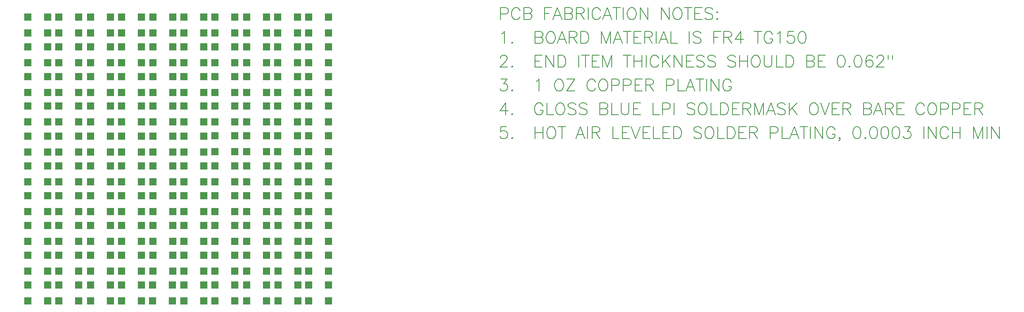
<source format=gtp>
G04 CAM350 V10.1.0 (Build 363) Date:  Mon Jun 15 21:36:37 2015 *
G04 Database: (Untitled) *
G04 Layer 11: PCB1.GTP *
%FSLAX25Y25*%
%MOIN*%
%SFA1.000B1.000*%

%MIA0B0*%
%IPPOS*%
%ADD70R,0.06000X0.06000*%
%ADD53C,0.00800*%
%LNPCB1.GTP*%
%LPD*%
G54D70*
X360733Y235800D03*
X377268D03*
Y249200D03*
X360733D03*
Y274200D03*
X377268D03*
Y260800D03*
X360733D03*
Y285800D03*
X377268D03*
Y299200D03*
X360733D03*
Y324200D03*
X377268D03*
Y310800D03*
X360733D03*
Y335800D03*
X377268D03*
Y349200D03*
X360733D03*
Y374700D03*
X377268D03*
Y361300D03*
X360733D03*
Y386300D03*
X377268D03*
Y399700D03*
X360733D03*
Y424200D03*
X377268D03*
Y410800D03*
X360733D03*
Y435800D03*
X377268D03*
Y449200D03*
X360733D03*
Y474200D03*
X377268D03*
Y460800D03*
X360733D03*
X335233Y235800D03*
X351768D03*
Y249200D03*
X335233D03*
Y274200D03*
X351768D03*
Y260800D03*
X335233D03*
Y285800D03*
X351768D03*
Y299200D03*
X335233D03*
Y324200D03*
X351768D03*
Y310800D03*
X335233D03*
Y335800D03*
X351768D03*
Y349200D03*
X335233D03*
X334733Y374700D03*
X351268D03*
Y361300D03*
X334733D03*
Y386300D03*
X351268D03*
Y399700D03*
X334733D03*
Y424200D03*
X351268D03*
Y410800D03*
X334733D03*
Y435800D03*
X351268D03*
Y449200D03*
X334733D03*
Y474200D03*
X351268D03*
Y460800D03*
X334733D03*
X308733Y235800D03*
X325268D03*
Y249200D03*
X308733D03*
Y274200D03*
X325268D03*
Y260800D03*
X308733D03*
Y285800D03*
X325268D03*
Y299200D03*
X308733D03*
Y324200D03*
X325268D03*
Y310800D03*
X308733D03*
Y335800D03*
X325268D03*
Y349200D03*
X308733D03*
Y374700D03*
X325268D03*
Y361300D03*
X308733D03*
Y386300D03*
X325268D03*
Y399700D03*
X308733D03*
Y424200D03*
X325268D03*
Y410800D03*
X308733D03*
Y435800D03*
X325268D03*
Y449200D03*
X308733D03*
Y474200D03*
X325268D03*
Y460800D03*
X308733D03*
X282233Y235800D03*
X298768D03*
Y249200D03*
X282233D03*
Y274200D03*
X298768D03*
Y260800D03*
X282233D03*
Y285800D03*
X298768D03*
Y299200D03*
X282233D03*
Y324200D03*
X298768D03*
Y310800D03*
X282233D03*
Y335800D03*
X298768D03*
Y349200D03*
X282233D03*
Y374700D03*
X298768D03*
Y361300D03*
X282233D03*
Y386300D03*
X298768D03*
Y399700D03*
X282233D03*
Y424200D03*
X298768D03*
Y410800D03*
X282233D03*
Y435800D03*
X298768D03*
Y449200D03*
X282233D03*
Y474200D03*
X298768D03*
Y460800D03*
X282233D03*
X256233Y235800D03*
X272768D03*
Y249200D03*
X256233D03*
Y274200D03*
X272768D03*
Y260800D03*
X256233D03*
Y285800D03*
X272768D03*
Y299200D03*
X256233D03*
Y324200D03*
X272768D03*
Y310800D03*
X256233D03*
Y335800D03*
X272768D03*
Y349200D03*
X256233D03*
Y374200D03*
X272768D03*
Y360800D03*
X256233D03*
Y386300D03*
X272768D03*
Y399700D03*
X256233D03*
Y424200D03*
X272768D03*
Y410800D03*
X256233D03*
Y435800D03*
X272768D03*
Y449200D03*
X256233D03*
Y474200D03*
X272768D03*
Y460800D03*
X256233D03*
X229733Y235800D03*
X246268D03*
Y249200D03*
X229733D03*
X230233Y274200D03*
X246768D03*
Y260800D03*
X230233D03*
Y285800D03*
X246768D03*
Y299200D03*
X230233D03*
Y324200D03*
X246768D03*
Y310800D03*
X230233D03*
Y335800D03*
X246768D03*
Y349200D03*
X230233D03*
Y374200D03*
X246768D03*
Y360800D03*
X230233D03*
Y386300D03*
X246768D03*
Y399700D03*
X230233D03*
Y424200D03*
X246768D03*
Y410800D03*
X230233D03*
Y435800D03*
X246768D03*
Y449200D03*
X230233D03*
Y474200D03*
X246768D03*
Y460800D03*
X230233D03*
X203733Y235800D03*
X220268D03*
Y249200D03*
X203733D03*
Y274200D03*
X220268D03*
Y260800D03*
X203733D03*
Y285800D03*
X220268D03*
Y299200D03*
X203733D03*
Y324200D03*
X220268D03*
Y310800D03*
X203733D03*
Y335800D03*
X220268D03*
Y349200D03*
X203733D03*
Y374200D03*
X220268D03*
Y360800D03*
X203733D03*
Y386300D03*
X220268D03*
Y399700D03*
X203733D03*
Y424200D03*
X220268D03*
Y410800D03*
X203733D03*
Y435800D03*
X220268D03*
Y449200D03*
X203733D03*
Y474200D03*
X220268D03*
Y460800D03*
X203733D03*
X177733Y235800D03*
X194268D03*
Y249200D03*
X177733D03*
Y274200D03*
X194268D03*
Y260800D03*
X177733D03*
Y285800D03*
X194268D03*
Y299200D03*
X177733D03*
Y324200D03*
X194268D03*
Y310800D03*
X177733D03*
Y335800D03*
X194268D03*
Y349200D03*
X177733D03*
Y374200D03*
X194268D03*
Y360800D03*
X177733D03*
Y386300D03*
X194268D03*
Y399700D03*
X177733D03*
Y424200D03*
X194268D03*
Y410800D03*
X177733D03*
Y435800D03*
X194268D03*
Y449200D03*
X177733D03*
Y474200D03*
X194268D03*
Y460800D03*
X177733D03*
X151233Y235800D03*
X167768D03*
Y249200D03*
X151233D03*
Y274200D03*
X167768D03*
Y260800D03*
X151233D03*
Y285800D03*
X167768D03*
Y299200D03*
X151233D03*
Y324200D03*
X167768D03*
Y310800D03*
X151233D03*
Y335800D03*
X167768D03*
Y349200D03*
X151233D03*
Y374200D03*
X167768D03*
Y360800D03*
X151233D03*
Y386300D03*
X167768D03*
Y399700D03*
X151233D03*
Y424200D03*
X167768D03*
Y410800D03*
X151233D03*
Y435800D03*
X167768D03*
Y449200D03*
X151233D03*
Y474200D03*
X167768D03*
Y460800D03*
X151233D03*
X125233Y235800D03*
X141768D03*
Y249200D03*
X125233D03*
Y274200D03*
X141768D03*
Y260800D03*
X125233D03*
Y285800D03*
X141768D03*
Y299200D03*
X125233D03*
Y324200D03*
X141768D03*
Y310800D03*
X125233D03*
Y335800D03*
X141768D03*
Y349200D03*
X125233D03*
Y374200D03*
X141768D03*
Y360800D03*
X125233D03*
Y386300D03*
X141768D03*
Y399700D03*
X125233D03*
Y424200D03*
X141768D03*
Y410800D03*
X125233D03*
Y435800D03*
X141768D03*
Y449200D03*
X125233D03*
Y474200D03*
X141768D03*
Y460800D03*
X125233D03*
G54D53*
G01X521755Y482064D02*
Y472220D01*
Y482064D02*
X525974D01*
X527380Y481595D01*
X527849Y481126D01*
X528317Y480189D01*
Y478782D01*
X527849Y477845D01*
X527380Y477376D01*
X525974Y476907D01*
X521755D01*
X538161Y479720D02*
X537692Y480657D01*
X536755Y481595D01*
X535817Y482064D01*
X533942D01*
X533005Y481595D01*
X532067Y480657D01*
X531599Y479720D01*
X531130Y478314D01*
Y475970D01*
X531599Y474564D01*
X532067Y473626D01*
X533005Y472689D01*
X533942Y472220D01*
X535817D01*
X536755Y472689D01*
X537692Y473626D01*
X538161Y474564D01*
X541442Y482064D02*
Y472220D01*
Y482064D02*
X545661D01*
X547067Y481595D01*
X547536Y481126D01*
X548005Y480189D01*
Y479251D01*
X547536Y478314D01*
X547067Y477845D01*
X545661Y477376D01*
X541442D02*
X545661D01*
X547067Y476907D01*
X547536Y476439D01*
X548005Y475501D01*
Y474095D01*
X547536Y473157D01*
X547067Y472689D01*
X545661Y472220D01*
X541442D01*
X558786Y482064D02*
Y472220D01*
Y482064D02*
X564880D01*
X558786Y477376D02*
X562536D01*
X569567Y482064D02*
X565817Y472220D01*
X569567Y482064D02*
X573317Y472220D01*
X567224Y475501D02*
X571911D01*
X575661Y482064D02*
Y472220D01*
Y482064D02*
X579880D01*
X581286Y481595D01*
X581755Y481126D01*
X582224Y480189D01*
Y479251D01*
X581755Y478314D01*
X581286Y477845D01*
X579880Y477376D01*
X575661D02*
X579880D01*
X581286Y476907D01*
X581755Y476439D01*
X582224Y475501D01*
Y474095D01*
X581755Y473157D01*
X581286Y472689D01*
X579880Y472220D01*
X575661D01*
X585505Y482064D02*
Y472220D01*
Y482064D02*
X589724D01*
X591130Y481595D01*
X591599Y481126D01*
X592067Y480189D01*
Y479251D01*
X591599Y478314D01*
X591130Y477845D01*
X589724Y477376D01*
X585505D01*
X588786D02*
X592067Y472220D01*
X595349Y482064D02*
Y472220D01*
X605661Y479720D02*
X605192Y480657D01*
X604255Y481595D01*
X603317Y482064D01*
X601442D01*
X600505Y481595D01*
X599567Y480657D01*
X599099Y479720D01*
X598630Y478314D01*
Y475970D01*
X599099Y474564D01*
X599567Y473626D01*
X600505Y472689D01*
X601442Y472220D01*
X603317D01*
X604255Y472689D01*
X605192Y473626D01*
X605661Y474564D01*
X611286Y482064D02*
X607536Y472220D01*
X611286Y482064D02*
X615036Y472220D01*
X608942Y475501D02*
X613630D01*
X619255Y482064D02*
Y472220D01*
X615974Y482064D02*
X622536D01*
X624880D02*
Y472220D01*
X630974Y482064D02*
X630036Y481595D01*
X629099Y480657D01*
X628630Y479720D01*
X628161Y478314D01*
Y475970D01*
X628630Y474564D01*
X629099Y473626D01*
X630036Y472689D01*
X630974Y472220D01*
X632849D01*
X633786Y472689D01*
X634724Y473626D01*
X635192Y474564D01*
X635661Y475970D01*
Y478314D01*
X635192Y479720D01*
X634724Y480657D01*
X633786Y481595D01*
X632849Y482064D01*
X630974D01*
X638942D02*
Y472220D01*
Y482064D02*
X645505Y472220D01*
Y482064D02*
Y472220D01*
X656755Y482064D02*
Y472220D01*
Y482064D02*
X663317Y472220D01*
Y482064D02*
Y472220D01*
X669411Y482064D02*
X668474Y481595D01*
X667536Y480657D01*
X667067Y479720D01*
X666599Y478314D01*
Y475970D01*
X667067Y474564D01*
X667536Y473626D01*
X668474Y472689D01*
X669411Y472220D01*
X671286D01*
X672224Y472689D01*
X673161Y473626D01*
X673630Y474564D01*
X674099Y475970D01*
Y478314D01*
X673630Y479720D01*
X673161Y480657D01*
X672224Y481595D01*
X671286Y482064D01*
X669411D01*
X679255D02*
Y472220D01*
X675974Y482064D02*
X682536D01*
X684880D02*
Y472220D01*
Y482064D02*
X690974D01*
X684880Y477376D02*
X688630D01*
X684880Y472220D02*
X690974D01*
X699880Y480657D02*
X698942Y481595D01*
X697536Y482064D01*
X695661D01*
X694255Y481595D01*
X693317Y480657D01*
Y479720D01*
X693786Y478782D01*
X694255Y478314D01*
X695192Y477845D01*
X698005Y476907D01*
X698942Y476439D01*
X699411Y475970D01*
X699880Y475032D01*
Y473626D01*
X698942Y472689D01*
X697536Y472220D01*
X695661D01*
X694255Y472689D01*
X693317Y473626D01*
X703630Y478782D02*
X703161Y478314D01*
X703630Y477845D01*
X704099Y478314D01*
X703630Y478782D01*
Y473157D02*
X703161Y472689D01*
X703630Y472220D01*
X704099Y472689D01*
X703630Y473157D01*
X522692Y460189D02*
X523630Y460657D01*
X525036Y462064D01*
Y452220D01*
X531599Y453157D02*
X531130Y452689D01*
X531599Y452220D01*
X532067Y452689D01*
X531599Y453157D01*
X550817Y462064D02*
Y452220D01*
Y462064D02*
X555036D01*
X556442Y461595D01*
X556911Y461126D01*
X557380Y460189D01*
Y459251D01*
X556911Y458314D01*
X556442Y457845D01*
X555036Y457376D01*
X550817D02*
X555036D01*
X556442Y456907D01*
X556911Y456439D01*
X557380Y455501D01*
Y454095D01*
X556911Y453157D01*
X556442Y452689D01*
X555036Y452220D01*
X550817D01*
X563005Y462064D02*
X562067Y461595D01*
X561130Y460657D01*
X560661Y459720D01*
X560192Y458314D01*
Y455970D01*
X560661Y454564D01*
X561130Y453626D01*
X562067Y452689D01*
X563005Y452220D01*
X564880D01*
X565817Y452689D01*
X566755Y453626D01*
X567224Y454564D01*
X567692Y455970D01*
Y458314D01*
X567224Y459720D01*
X566755Y460657D01*
X565817Y461595D01*
X564880Y462064D01*
X563005D01*
X573317D02*
X569567Y452220D01*
X573317Y462064D02*
X577067Y452220D01*
X570974Y455501D02*
X575661D01*
X579411Y462064D02*
Y452220D01*
Y462064D02*
X583630D01*
X585036Y461595D01*
X585505Y461126D01*
X585974Y460189D01*
Y459251D01*
X585505Y458314D01*
X585036Y457845D01*
X583630Y457376D01*
X579411D01*
X582692D02*
X585974Y452220D01*
X589255Y462064D02*
Y452220D01*
Y462064D02*
X592536D01*
X593942Y461595D01*
X594880Y460657D01*
X595349Y459720D01*
X595817Y458314D01*
Y455970D01*
X595349Y454564D01*
X594880Y453626D01*
X593942Y452689D01*
X592536Y452220D01*
X589255D01*
X606599Y462064D02*
Y452220D01*
Y462064D02*
X610349Y452220D01*
X614099Y462064D02*
X610349Y452220D01*
X614099Y462064D02*
Y452220D01*
X620192Y462064D02*
X616442Y452220D01*
X620192Y462064D02*
X623942Y452220D01*
X617849Y455501D02*
X622536D01*
X628161Y462064D02*
Y452220D01*
X624880Y462064D02*
X631442D01*
X633786D02*
Y452220D01*
Y462064D02*
X639880D01*
X633786Y457376D02*
X637536D01*
X633786Y452220D02*
X639880D01*
X642692Y462064D02*
Y452220D01*
Y462064D02*
X646911D01*
X648317Y461595D01*
X648786Y461126D01*
X649255Y460189D01*
Y459251D01*
X648786Y458314D01*
X648317Y457845D01*
X646911Y457376D01*
X642692D01*
X645974D02*
X649255Y452220D01*
X652536Y462064D02*
Y452220D01*
X658630Y462064D02*
X654880Y452220D01*
X658630Y462064D02*
X662380Y452220D01*
X656286Y455501D02*
X660974D01*
X664724Y462064D02*
Y452220D01*
Y452220D02*
X670349D01*
X680192Y462064D02*
Y452220D01*
X690036Y460657D02*
X689099Y461595D01*
X687692Y462064D01*
X685817D01*
X684411Y461595D01*
X683474Y460657D01*
Y459720D01*
X683942Y458782D01*
X684411Y458314D01*
X685349Y457845D01*
X688161Y456907D01*
X689099Y456439D01*
X689567Y455970D01*
X690036Y455032D01*
Y453626D01*
X689099Y452689D01*
X687692Y452220D01*
X685817D01*
X684411Y452689D01*
X683474Y453626D01*
X700817Y462064D02*
Y452220D01*
Y462064D02*
X706911D01*
X700817Y457376D02*
X704567D01*
X709255Y462064D02*
Y452220D01*
Y462064D02*
X713474D01*
X714880Y461595D01*
X715349Y461126D01*
X715817Y460189D01*
Y459251D01*
X715349Y458314D01*
X714880Y457845D01*
X713474Y457376D01*
X709255D01*
X712536D02*
X715817Y452220D01*
X723317Y462064D02*
X718630Y455501D01*
X725661D01*
X723317Y462064D02*
Y452220D01*
X737849Y462064D02*
Y452220D01*
X734567Y462064D02*
X741130D01*
X750036Y459720D02*
X749567Y460657D01*
X748630Y461595D01*
X747692Y462064D01*
X745817D01*
X744880Y461595D01*
X743942Y460657D01*
X743474Y459720D01*
X743005Y458314D01*
Y455970D01*
X743474Y454564D01*
X743942Y453626D01*
X744880Y452689D01*
X745817Y452220D01*
X747692D01*
X748630Y452689D01*
X749567Y453626D01*
X750036Y454564D01*
Y455970D01*
X747692D02*
X750036D01*
X754255Y460189D02*
X755192Y460657D01*
X756599Y462064D01*
Y452220D01*
X767849Y462064D02*
X763161D01*
X762692Y457845D01*
X763161Y458314D01*
X764567Y458782D01*
X765974D01*
X767380Y458314D01*
X768317Y457376D01*
X768786Y455970D01*
Y455032D01*
X768317Y453626D01*
X767380Y452689D01*
X765974Y452220D01*
X764567D01*
X763161Y452689D01*
X762692Y453157D01*
X762224Y454095D01*
X774411Y462064D02*
X773005Y461595D01*
X772067Y460189D01*
X771599Y457845D01*
Y456439D01*
X772067Y454095D01*
X773005Y452689D01*
X774411Y452220D01*
X775349D01*
X776755Y452689D01*
X777692Y454095D01*
X778161Y456439D01*
Y457845D01*
X777692Y460189D01*
X776755Y461595D01*
X775349Y462064D01*
X774411D01*
X521755Y439720D02*
Y440189D01*
X522224Y441126D01*
X522692Y441595D01*
X523630Y442064D01*
X525505D01*
X526442Y441595D01*
X526911Y441126D01*
X527380Y440189D01*
Y439251D01*
X526911Y438314D01*
X525974Y436907D01*
X521286Y432220D01*
X527849D01*
X531599Y433157D02*
X531130Y432689D01*
X531599Y432220D01*
X532067Y432689D01*
X531599Y433157D01*
X550817Y442064D02*
Y432220D01*
Y442064D02*
X556911D01*
X550817Y437376D02*
X554567D01*
X550817Y432220D02*
X556911D01*
X559724Y442064D02*
Y432220D01*
Y442064D02*
X566286Y432220D01*
Y442064D02*
Y432220D01*
X570036Y442064D02*
Y432220D01*
Y442064D02*
X573317D01*
X574724Y441595D01*
X575661Y440657D01*
X576130Y439720D01*
X576599Y438314D01*
Y435970D01*
X576130Y434564D01*
X575661Y433626D01*
X574724Y432689D01*
X573317Y432220D01*
X570036D01*
X587380Y442064D02*
Y432220D01*
X593005Y442064D02*
Y432220D01*
X589724Y442064D02*
X596286D01*
X598630D02*
Y432220D01*
Y442064D02*
X604724D01*
X598630Y437376D02*
X602380D01*
X598630Y432220D02*
X604724D01*
X607536Y442064D02*
Y432220D01*
Y442064D02*
X611286Y432220D01*
X615036Y442064D02*
X611286Y432220D01*
X615036Y442064D02*
Y432220D01*
X628161Y442064D02*
Y432220D01*
X624880Y442064D02*
X631442D01*
X633786D02*
Y432220D01*
X640349Y442064D02*
Y432220D01*
X633786Y437376D02*
X640349D01*
X644099Y442064D02*
Y432220D01*
X654411Y439720D02*
X653942Y440657D01*
X653005Y441595D01*
X652067Y442064D01*
X650192D01*
X649255Y441595D01*
X648317Y440657D01*
X647849Y439720D01*
X647380Y438314D01*
Y435970D01*
X647849Y434564D01*
X648317Y433626D01*
X649255Y432689D01*
X650192Y432220D01*
X652067D01*
X653005Y432689D01*
X653942Y433626D01*
X654411Y434564D01*
X657692Y442064D02*
Y432220D01*
X664255Y442064D02*
X657692Y435501D01*
X660036Y437845D02*
X664255Y432220D01*
X667536Y442064D02*
Y432220D01*
Y442064D02*
X674099Y432220D01*
Y442064D02*
Y432220D01*
X677849Y442064D02*
Y432220D01*
Y442064D02*
X683942D01*
X677849Y437376D02*
X681599D01*
X677849Y432220D02*
X683942D01*
X692849Y440657D02*
X691911Y441595D01*
X690505Y442064D01*
X688630D01*
X687224Y441595D01*
X686286Y440657D01*
Y439720D01*
X686755Y438782D01*
X687224Y438314D01*
X688161Y437845D01*
X690974Y436907D01*
X691911Y436439D01*
X692380Y435970D01*
X692849Y435032D01*
Y433626D01*
X691911Y432689D01*
X690505Y432220D01*
X688630D01*
X687224Y432689D01*
X686286Y433626D01*
X702224Y440657D02*
X701286Y441595D01*
X699880Y442064D01*
X698005D01*
X696599Y441595D01*
X695661Y440657D01*
Y439720D01*
X696130Y438782D01*
X696599Y438314D01*
X697536Y437845D01*
X700349Y436907D01*
X701286Y436439D01*
X701755Y435970D01*
X702224Y435032D01*
Y433626D01*
X701286Y432689D01*
X699880Y432220D01*
X698005D01*
X696599Y432689D01*
X695661Y433626D01*
X719099Y440657D02*
X718161Y441595D01*
X716755Y442064D01*
X714880D01*
X713474Y441595D01*
X712536Y440657D01*
Y439720D01*
X713005Y438782D01*
X713474Y438314D01*
X714411Y437845D01*
X717224Y436907D01*
X718161Y436439D01*
X718630Y435970D01*
X719099Y435032D01*
Y433626D01*
X718161Y432689D01*
X716755Y432220D01*
X714880D01*
X713474Y432689D01*
X712536Y433626D01*
X722380Y442064D02*
Y432220D01*
X728942Y442064D02*
Y432220D01*
X722380Y437376D02*
X728942D01*
X735036Y442064D02*
X734099Y441595D01*
X733161Y440657D01*
X732692Y439720D01*
X732224Y438314D01*
Y435970D01*
X732692Y434564D01*
X733161Y433626D01*
X734099Y432689D01*
X735036Y432220D01*
X736911D01*
X737849Y432689D01*
X738786Y433626D01*
X739255Y434564D01*
X739724Y435970D01*
Y438314D01*
X739255Y439720D01*
X738786Y440657D01*
X737849Y441595D01*
X736911Y442064D01*
X735036D01*
X743005D02*
Y435032D01*
X743474Y433626D01*
X744411Y432689D01*
X745817Y432220D01*
X746755D01*
X748161Y432689D01*
X749099Y433626D01*
X749567Y435032D01*
Y442064D01*
X753317D02*
Y432220D01*
Y432220D02*
X758942D01*
X761286Y442064D02*
Y432220D01*
Y442064D02*
X764567D01*
X765974Y441595D01*
X766911Y440657D01*
X767380Y439720D01*
X767849Y438314D01*
Y435970D01*
X767380Y434564D01*
X766911Y433626D01*
X765974Y432689D01*
X764567Y432220D01*
X761286D01*
X778630Y442064D02*
Y432220D01*
Y442064D02*
X782849D01*
X784255Y441595D01*
X784724Y441126D01*
X785192Y440189D01*
Y439251D01*
X784724Y438314D01*
X784255Y437845D01*
X782849Y437376D01*
X778630D02*
X782849D01*
X784255Y436907D01*
X784724Y436439D01*
X785192Y435501D01*
Y434095D01*
X784724Y433157D01*
X784255Y432689D01*
X782849Y432220D01*
X778630D01*
X788474Y442064D02*
Y432220D01*
Y442064D02*
X794567D01*
X788474Y437376D02*
X792224D01*
X788474Y432220D02*
X794567D01*
X807224Y442064D02*
X805817Y441595D01*
X804880Y440189D01*
X804411Y437845D01*
Y436439D01*
X804880Y434095D01*
X805817Y432689D01*
X807224Y432220D01*
X808161D01*
X809567Y432689D01*
X810505Y434095D01*
X810974Y436439D01*
Y437845D01*
X810505Y440189D01*
X809567Y441595D01*
X808161Y442064D01*
X807224D01*
X814724Y433157D02*
X814255Y432689D01*
X814724Y432220D01*
X815192Y432689D01*
X814724Y433157D01*
X821286Y442064D02*
X819880Y441595D01*
X818942Y440189D01*
X818474Y437845D01*
Y436439D01*
X818942Y434095D01*
X819880Y432689D01*
X821286Y432220D01*
X822224D01*
X823630Y432689D01*
X824567Y434095D01*
X825036Y436439D01*
Y437845D01*
X824567Y440189D01*
X823630Y441595D01*
X822224Y442064D01*
X821286D01*
X833942Y440657D02*
X833474Y441595D01*
X832067Y442064D01*
X831130D01*
X829724Y441595D01*
X828786Y440189D01*
X828317Y437845D01*
Y435501D01*
X828786Y433626D01*
X829724Y432689D01*
X831130Y432220D01*
X831599D01*
X833005Y432689D01*
X833942Y433626D01*
X834411Y435032D01*
Y435501D01*
X833942Y436907D01*
X833005Y437845D01*
X831599Y438314D01*
X831130D01*
X829724Y437845D01*
X828786Y436907D01*
X828317Y435501D01*
X837692Y439720D02*
Y440189D01*
X838161Y441126D01*
X838630Y441595D01*
X839567Y442064D01*
X841442D01*
X842380Y441595D01*
X842849Y441126D01*
X843317Y440189D01*
Y439251D01*
X842849Y438314D01*
X841911Y436907D01*
X837224Y432220D01*
X843786D01*
X847067Y442064D02*
Y438782D01*
X850817Y442064D02*
Y438782D01*
X522224Y422064D02*
X527380D01*
X524567Y418314D01*
X525974D01*
X526911Y417845D01*
X527380Y417376D01*
X527849Y415970D01*
Y415032D01*
X527380Y413626D01*
X526442Y412689D01*
X525036Y412220D01*
X523630D01*
X522224Y412689D01*
X521755Y413157D01*
X521286Y414095D01*
X531599Y413157D02*
X531130Y412689D01*
X531599Y412220D01*
X532067Y412689D01*
X531599Y413157D01*
X551755Y420189D02*
X552692Y420657D01*
X554099Y422064D01*
Y412220D01*
X570036Y422064D02*
X569099Y421595D01*
X568161Y420657D01*
X567692Y419720D01*
X567224Y418314D01*
Y415970D01*
X567692Y414564D01*
X568161Y413626D01*
X569099Y412689D01*
X570036Y412220D01*
X571911D01*
X572849Y412689D01*
X573786Y413626D01*
X574255Y414564D01*
X574724Y415970D01*
Y418314D01*
X574255Y419720D01*
X573786Y420657D01*
X572849Y421595D01*
X571911Y422064D01*
X570036D01*
X584099D02*
X577536Y412220D01*
Y422064D02*
X584099D01*
X577536Y412220D02*
X584099D01*
X601442Y419720D02*
X600974Y420657D01*
X600036Y421595D01*
X599099Y422064D01*
X597224D01*
X596286Y421595D01*
X595349Y420657D01*
X594880Y419720D01*
X594411Y418314D01*
Y415970D01*
X594880Y414564D01*
X595349Y413626D01*
X596286Y412689D01*
X597224Y412220D01*
X599099D01*
X600036Y412689D01*
X600974Y413626D01*
X601442Y414564D01*
X607067Y422064D02*
X606130Y421595D01*
X605192Y420657D01*
X604724Y419720D01*
X604255Y418314D01*
Y415970D01*
X604724Y414564D01*
X605192Y413626D01*
X606130Y412689D01*
X607067Y412220D01*
X608942D01*
X609880Y412689D01*
X610817Y413626D01*
X611286Y414564D01*
X611755Y415970D01*
Y418314D01*
X611286Y419720D01*
X610817Y420657D01*
X609880Y421595D01*
X608942Y422064D01*
X607067D01*
X615036D02*
Y412220D01*
Y422064D02*
X619255D01*
X620661Y421595D01*
X621130Y421126D01*
X621599Y420189D01*
Y418782D01*
X621130Y417845D01*
X620661Y417376D01*
X619255Y416907D01*
X615036D01*
X624880Y422064D02*
Y412220D01*
Y422064D02*
X629099D01*
X630505Y421595D01*
X630974Y421126D01*
X631442Y420189D01*
Y418782D01*
X630974Y417845D01*
X630505Y417376D01*
X629099Y416907D01*
X624880D01*
X634724Y422064D02*
Y412220D01*
Y422064D02*
X640817D01*
X634724Y417376D02*
X638474D01*
X634724Y412220D02*
X640817D01*
X643630Y422064D02*
Y412220D01*
Y422064D02*
X647849D01*
X649255Y421595D01*
X649724Y421126D01*
X650192Y420189D01*
Y419251D01*
X649724Y418314D01*
X649255Y417845D01*
X647849Y417376D01*
X643630D01*
X646911D02*
X650192Y412220D01*
X660974Y422064D02*
Y412220D01*
Y422064D02*
X665192D01*
X666599Y421595D01*
X667067Y421126D01*
X667536Y420189D01*
Y418782D01*
X667067Y417845D01*
X666599Y417376D01*
X665192Y416907D01*
X660974D01*
X670817Y422064D02*
Y412220D01*
Y412220D02*
X676442D01*
X681130Y422064D02*
X677380Y412220D01*
X681130Y422064D02*
X684880Y412220D01*
X678786Y415501D02*
X683474D01*
X689099Y422064D02*
Y412220D01*
X685817Y422064D02*
X692380D01*
X694724D02*
Y412220D01*
X698474Y422064D02*
Y412220D01*
Y422064D02*
X705036Y412220D01*
Y422064D02*
Y412220D01*
X715349Y419720D02*
X714880Y420657D01*
X713942Y421595D01*
X713005Y422064D01*
X711130D01*
X710192Y421595D01*
X709255Y420657D01*
X708786Y419720D01*
X708317Y418314D01*
Y415970D01*
X708786Y414564D01*
X709255Y413626D01*
X710192Y412689D01*
X711130Y412220D01*
X713005D01*
X713942Y412689D01*
X714880Y413626D01*
X715349Y414564D01*
Y415970D01*
X713005D02*
X715349D01*
X525974Y402064D02*
X521286Y395501D01*
X528317D01*
X525974Y402064D02*
Y392220D01*
X531599Y393157D02*
X531130Y392689D01*
X531599Y392220D01*
X532067Y392689D01*
X531599Y393157D01*
X557380Y399720D02*
X556911Y400657D01*
X555974Y401595D01*
X555036Y402064D01*
X553161D01*
X552224Y401595D01*
X551286Y400657D01*
X550817Y399720D01*
X550349Y398314D01*
Y395970D01*
X550817Y394564D01*
X551286Y393626D01*
X552224Y392689D01*
X553161Y392220D01*
X555036D01*
X555974Y392689D01*
X556911Y393626D01*
X557380Y394564D01*
Y395970D01*
X555036D02*
X557380D01*
X560661Y402064D02*
Y392220D01*
Y392220D02*
X566286D01*
X570974Y402064D02*
X570036Y401595D01*
X569099Y400657D01*
X568630Y399720D01*
X568161Y398314D01*
Y395970D01*
X568630Y394564D01*
X569099Y393626D01*
X570036Y392689D01*
X570974Y392220D01*
X572849D01*
X573786Y392689D01*
X574724Y393626D01*
X575192Y394564D01*
X575661Y395970D01*
Y398314D01*
X575192Y399720D01*
X574724Y400657D01*
X573786Y401595D01*
X572849Y402064D01*
X570974D01*
X585036Y400657D02*
X584099Y401595D01*
X582692Y402064D01*
X580817D01*
X579411Y401595D01*
X578474Y400657D01*
Y399720D01*
X578942Y398782D01*
X579411Y398314D01*
X580349Y397845D01*
X583161Y396907D01*
X584099Y396439D01*
X584567Y395970D01*
X585036Y395032D01*
Y393626D01*
X584099Y392689D01*
X582692Y392220D01*
X580817D01*
X579411Y392689D01*
X578474Y393626D01*
X594411Y400657D02*
X593474Y401595D01*
X592067Y402064D01*
X590192D01*
X588786Y401595D01*
X587849Y400657D01*
Y399720D01*
X588317Y398782D01*
X588786Y398314D01*
X589724Y397845D01*
X592536Y396907D01*
X593474Y396439D01*
X593942Y395970D01*
X594411Y395032D01*
Y393626D01*
X593474Y392689D01*
X592067Y392220D01*
X590192D01*
X588786Y392689D01*
X587849Y393626D01*
X605192Y402064D02*
Y392220D01*
Y402064D02*
X609411D01*
X610817Y401595D01*
X611286Y401126D01*
X611755Y400189D01*
Y399251D01*
X611286Y398314D01*
X610817Y397845D01*
X609411Y397376D01*
X605192D02*
X609411D01*
X610817Y396907D01*
X611286Y396439D01*
X611755Y395501D01*
Y394095D01*
X611286Y393157D01*
X610817Y392689D01*
X609411Y392220D01*
X605192D01*
X615036Y402064D02*
Y392220D01*
Y392220D02*
X620661D01*
X623005Y402064D02*
Y395032D01*
X623474Y393626D01*
X624411Y392689D01*
X625817Y392220D01*
X626755D01*
X628161Y392689D01*
X629099Y393626D01*
X629567Y395032D01*
Y402064D01*
X633317D02*
Y392220D01*
Y402064D02*
X639411D01*
X633317Y397376D02*
X637067D01*
X633317Y392220D02*
X639411D01*
X649724Y402064D02*
Y392220D01*
Y392220D02*
X655349D01*
X657692Y402064D02*
Y392220D01*
Y402064D02*
X661911D01*
X663317Y401595D01*
X663786Y401126D01*
X664255Y400189D01*
Y398782D01*
X663786Y397845D01*
X663317Y397376D01*
X661911Y396907D01*
X657692D01*
X667536Y402064D02*
Y392220D01*
X684880Y400657D02*
X683942Y401595D01*
X682536Y402064D01*
X680661D01*
X679255Y401595D01*
X678317Y400657D01*
Y399720D01*
X678786Y398782D01*
X679255Y398314D01*
X680192Y397845D01*
X683005Y396907D01*
X683942Y396439D01*
X684411Y395970D01*
X684880Y395032D01*
Y393626D01*
X683942Y392689D01*
X682536Y392220D01*
X680661D01*
X679255Y392689D01*
X678317Y393626D01*
X690505Y402064D02*
X689567Y401595D01*
X688630Y400657D01*
X688161Y399720D01*
X687692Y398314D01*
Y395970D01*
X688161Y394564D01*
X688630Y393626D01*
X689567Y392689D01*
X690505Y392220D01*
X692380D01*
X693317Y392689D01*
X694255Y393626D01*
X694724Y394564D01*
X695192Y395970D01*
Y398314D01*
X694724Y399720D01*
X694255Y400657D01*
X693317Y401595D01*
X692380Y402064D01*
X690505D01*
X698474D02*
Y392220D01*
Y392220D02*
X704099D01*
X706442Y402064D02*
Y392220D01*
Y402064D02*
X709724D01*
X711130Y401595D01*
X712067Y400657D01*
X712536Y399720D01*
X713005Y398314D01*
Y395970D01*
X712536Y394564D01*
X712067Y393626D01*
X711130Y392689D01*
X709724Y392220D01*
X706442D01*
X716286Y402064D02*
Y392220D01*
Y402064D02*
X722380D01*
X716286Y397376D02*
X720036D01*
X716286Y392220D02*
X722380D01*
X725192Y402064D02*
Y392220D01*
Y402064D02*
X729411D01*
X730817Y401595D01*
X731286Y401126D01*
X731755Y400189D01*
Y399251D01*
X731286Y398314D01*
X730817Y397845D01*
X729411Y397376D01*
X725192D01*
X728474D02*
X731755Y392220D01*
X735036Y402064D02*
Y392220D01*
Y402064D02*
X738786Y392220D01*
X742536Y402064D02*
X738786Y392220D01*
X742536Y402064D02*
Y392220D01*
X748630Y402064D02*
X744880Y392220D01*
X748630Y402064D02*
X752380Y392220D01*
X746286Y395501D02*
X750974D01*
X760817Y400657D02*
X759880Y401595D01*
X758474Y402064D01*
X756599D01*
X755192Y401595D01*
X754255Y400657D01*
Y399720D01*
X754724Y398782D01*
X755192Y398314D01*
X756130Y397845D01*
X758942Y396907D01*
X759880Y396439D01*
X760349Y395970D01*
X760817Y395032D01*
Y393626D01*
X759880Y392689D01*
X758474Y392220D01*
X756599D01*
X755192Y392689D01*
X754255Y393626D01*
X764099Y402064D02*
Y392220D01*
X770661Y402064D02*
X764099Y395501D01*
X766442Y397845D02*
X770661Y392220D01*
X783786Y402064D02*
X782849Y401595D01*
X781911Y400657D01*
X781442Y399720D01*
X780974Y398314D01*
Y395970D01*
X781442Y394564D01*
X781911Y393626D01*
X782849Y392689D01*
X783786Y392220D01*
X785661D01*
X786599Y392689D01*
X787536Y393626D01*
X788005Y394564D01*
X788474Y395970D01*
Y398314D01*
X788005Y399720D01*
X787536Y400657D01*
X786599Y401595D01*
X785661Y402064D01*
X783786D01*
X790349D02*
X794099Y392220D01*
X797849Y402064D02*
X794099Y392220D01*
X800192Y402064D02*
Y392220D01*
Y402064D02*
X806286D01*
X800192Y397376D02*
X803942D01*
X800192Y392220D02*
X806286D01*
X809099Y402064D02*
Y392220D01*
Y402064D02*
X813317D01*
X814724Y401595D01*
X815192Y401126D01*
X815661Y400189D01*
Y399251D01*
X815192Y398314D01*
X814724Y397845D01*
X813317Y397376D01*
X809099D01*
X812380D02*
X815661Y392220D01*
X826442Y402064D02*
Y392220D01*
Y402064D02*
X830661D01*
X832067Y401595D01*
X832536Y401126D01*
X833005Y400189D01*
Y399251D01*
X832536Y398314D01*
X832067Y397845D01*
X830661Y397376D01*
X826442D02*
X830661D01*
X832067Y396907D01*
X832536Y396439D01*
X833005Y395501D01*
Y394095D01*
X832536Y393157D01*
X832067Y392689D01*
X830661Y392220D01*
X826442D01*
X838630Y402064D02*
X834880Y392220D01*
X838630Y402064D02*
X842380Y392220D01*
X836286Y395501D02*
X840974D01*
X844724Y402064D02*
Y392220D01*
Y402064D02*
X848942D01*
X850349Y401595D01*
X850817Y401126D01*
X851286Y400189D01*
Y399251D01*
X850817Y398314D01*
X850349Y397845D01*
X848942Y397376D01*
X844724D01*
X848005D02*
X851286Y392220D01*
X854567Y402064D02*
Y392220D01*
Y402064D02*
X860661D01*
X854567Y397376D02*
X858317D01*
X854567Y392220D02*
X860661D01*
X877536Y399720D02*
X877067Y400657D01*
X876130Y401595D01*
X875192Y402064D01*
X873317D01*
X872380Y401595D01*
X871442Y400657D01*
X870974Y399720D01*
X870505Y398314D01*
Y395970D01*
X870974Y394564D01*
X871442Y393626D01*
X872380Y392689D01*
X873317Y392220D01*
X875192D01*
X876130Y392689D01*
X877067Y393626D01*
X877536Y394564D01*
X883161Y402064D02*
X882224Y401595D01*
X881286Y400657D01*
X880817Y399720D01*
X880349Y398314D01*
Y395970D01*
X880817Y394564D01*
X881286Y393626D01*
X882224Y392689D01*
X883161Y392220D01*
X885036D01*
X885974Y392689D01*
X886911Y393626D01*
X887380Y394564D01*
X887849Y395970D01*
Y398314D01*
X887380Y399720D01*
X886911Y400657D01*
X885974Y401595D01*
X885036Y402064D01*
X883161D01*
X891130D02*
Y392220D01*
Y402064D02*
X895349D01*
X896755Y401595D01*
X897224Y401126D01*
X897692Y400189D01*
Y398782D01*
X897224Y397845D01*
X896755Y397376D01*
X895349Y396907D01*
X891130D01*
X900974Y402064D02*
Y392220D01*
Y402064D02*
X905192D01*
X906599Y401595D01*
X907067Y401126D01*
X907536Y400189D01*
Y398782D01*
X907067Y397845D01*
X906599Y397376D01*
X905192Y396907D01*
X900974D01*
X910817Y402064D02*
Y392220D01*
Y402064D02*
X916911D01*
X910817Y397376D02*
X914567D01*
X910817Y392220D02*
X916911D01*
X919724Y402064D02*
Y392220D01*
Y402064D02*
X923942D01*
X925349Y401595D01*
X925817Y401126D01*
X926286Y400189D01*
Y399251D01*
X925817Y398314D01*
X925349Y397845D01*
X923942Y397376D01*
X919724D01*
X923005D02*
X926286Y392220D01*
X526911Y382064D02*
X522224D01*
X521755Y377845D01*
X522224Y378314D01*
X523630Y378782D01*
X525036D01*
X526442Y378314D01*
X527380Y377376D01*
X527849Y375970D01*
Y375032D01*
X527380Y373626D01*
X526442Y372689D01*
X525036Y372220D01*
X523630D01*
X522224Y372689D01*
X521755Y373157D01*
X521286Y374095D01*
X531599Y373157D02*
X531130Y372689D01*
X531599Y372220D01*
X532067Y372689D01*
X531599Y373157D01*
X550817Y382064D02*
Y372220D01*
X557380Y382064D02*
Y372220D01*
X550817Y377376D02*
X557380D01*
X563474Y382064D02*
X562536Y381595D01*
X561599Y380657D01*
X561130Y379720D01*
X560661Y378314D01*
Y375970D01*
X561130Y374564D01*
X561599Y373626D01*
X562536Y372689D01*
X563474Y372220D01*
X565349D01*
X566286Y372689D01*
X567224Y373626D01*
X567692Y374564D01*
X568161Y375970D01*
Y378314D01*
X567692Y379720D01*
X567224Y380657D01*
X566286Y381595D01*
X565349Y382064D01*
X563474D01*
X573317D02*
Y372220D01*
X570036Y382064D02*
X576599D01*
X588786D02*
X585036Y372220D01*
X588786Y382064D02*
X592536Y372220D01*
X586442Y375501D02*
X591130D01*
X594880Y382064D02*
Y372220D01*
X598630Y382064D02*
Y372220D01*
Y382064D02*
X602849D01*
X604255Y381595D01*
X604724Y381126D01*
X605192Y380189D01*
Y379251D01*
X604724Y378314D01*
X604255Y377845D01*
X602849Y377376D01*
X598630D01*
X601911D02*
X605192Y372220D01*
X615974Y382064D02*
Y372220D01*
Y372220D02*
X621599D01*
X623942Y382064D02*
Y372220D01*
Y382064D02*
X630036D01*
X623942Y377376D02*
X627692D01*
X623942Y372220D02*
X630036D01*
X631442Y382064D02*
X635192Y372220D01*
X638942Y382064D02*
X635192Y372220D01*
X641286Y382064D02*
Y372220D01*
Y382064D02*
X647380D01*
X641286Y377376D02*
X645036D01*
X641286Y372220D02*
X647380D01*
X650192Y382064D02*
Y372220D01*
Y372220D02*
X655817D01*
X658161Y382064D02*
Y372220D01*
Y382064D02*
X664255D01*
X658161Y377376D02*
X661911D01*
X658161Y372220D02*
X664255D01*
X667067Y382064D02*
Y372220D01*
Y382064D02*
X670349D01*
X671755Y381595D01*
X672692Y380657D01*
X673161Y379720D01*
X673630Y378314D01*
Y375970D01*
X673161Y374564D01*
X672692Y373626D01*
X671755Y372689D01*
X670349Y372220D01*
X667067D01*
X690505Y380657D02*
X689567Y381595D01*
X688161Y382064D01*
X686286D01*
X684880Y381595D01*
X683942Y380657D01*
Y379720D01*
X684411Y378782D01*
X684880Y378314D01*
X685817Y377845D01*
X688630Y376907D01*
X689567Y376439D01*
X690036Y375970D01*
X690505Y375032D01*
Y373626D01*
X689567Y372689D01*
X688161Y372220D01*
X686286D01*
X684880Y372689D01*
X683942Y373626D01*
X696130Y382064D02*
X695192Y381595D01*
X694255Y380657D01*
X693786Y379720D01*
X693317Y378314D01*
Y375970D01*
X693786Y374564D01*
X694255Y373626D01*
X695192Y372689D01*
X696130Y372220D01*
X698005D01*
X698942Y372689D01*
X699880Y373626D01*
X700349Y374564D01*
X700817Y375970D01*
Y378314D01*
X700349Y379720D01*
X699880Y380657D01*
X698942Y381595D01*
X698005Y382064D01*
X696130D01*
X704099D02*
Y372220D01*
Y372220D02*
X709724D01*
X712067Y382064D02*
Y372220D01*
Y382064D02*
X715349D01*
X716755Y381595D01*
X717692Y380657D01*
X718161Y379720D01*
X718630Y378314D01*
Y375970D01*
X718161Y374564D01*
X717692Y373626D01*
X716755Y372689D01*
X715349Y372220D01*
X712067D01*
X721911Y382064D02*
Y372220D01*
Y382064D02*
X728005D01*
X721911Y377376D02*
X725661D01*
X721911Y372220D02*
X728005D01*
X730817Y382064D02*
Y372220D01*
Y382064D02*
X735036D01*
X736442Y381595D01*
X736911Y381126D01*
X737380Y380189D01*
Y379251D01*
X736911Y378314D01*
X736442Y377845D01*
X735036Y377376D01*
X730817D01*
X734099D02*
X737380Y372220D01*
X748161Y382064D02*
Y372220D01*
Y382064D02*
X752380D01*
X753786Y381595D01*
X754255Y381126D01*
X754724Y380189D01*
Y378782D01*
X754255Y377845D01*
X753786Y377376D01*
X752380Y376907D01*
X748161D01*
X758005Y382064D02*
Y372220D01*
Y372220D02*
X763630D01*
X768317Y382064D02*
X764567Y372220D01*
X768317Y382064D02*
X772067Y372220D01*
X765974Y375501D02*
X770661D01*
X776286Y382064D02*
Y372220D01*
X773005Y382064D02*
X779567D01*
X781911D02*
Y372220D01*
X785661Y382064D02*
Y372220D01*
Y382064D02*
X792224Y372220D01*
Y382064D02*
Y372220D01*
X802536Y379720D02*
X802067Y380657D01*
X801130Y381595D01*
X800192Y382064D01*
X798317D01*
X797380Y381595D01*
X796442Y380657D01*
X795974Y379720D01*
X795505Y378314D01*
Y375970D01*
X795974Y374564D01*
X796442Y373626D01*
X797380Y372689D01*
X798317Y372220D01*
X800192D01*
X801130Y372689D01*
X802067Y373626D01*
X802536Y374564D01*
Y375970D01*
X800192D02*
X802536D01*
X806755Y372689D02*
X806286Y372220D01*
X805817Y372689D01*
X806286Y373157D01*
X806755Y372689D01*
Y371751D01*
X806286Y370814D01*
X805817Y370345D01*
X820349Y382064D02*
X818942Y381595D01*
X818005Y380189D01*
X817536Y377845D01*
Y376439D01*
X818005Y374095D01*
X818942Y372689D01*
X820349Y372220D01*
X821286D01*
X822692Y372689D01*
X823630Y374095D01*
X824099Y376439D01*
Y377845D01*
X823630Y380189D01*
X822692Y381595D01*
X821286Y382064D01*
X820349D01*
X827849Y373157D02*
X827380Y372689D01*
X827849Y372220D01*
X828317Y372689D01*
X827849Y373157D01*
X834411Y382064D02*
X833005Y381595D01*
X832067Y380189D01*
X831599Y377845D01*
Y376439D01*
X832067Y374095D01*
X833005Y372689D01*
X834411Y372220D01*
X835349D01*
X836755Y372689D01*
X837692Y374095D01*
X838161Y376439D01*
Y377845D01*
X837692Y380189D01*
X836755Y381595D01*
X835349Y382064D01*
X834411D01*
X843786D02*
X842380Y381595D01*
X841442Y380189D01*
X840974Y377845D01*
Y376439D01*
X841442Y374095D01*
X842380Y372689D01*
X843786Y372220D01*
X844724D01*
X846130Y372689D01*
X847067Y374095D01*
X847536Y376439D01*
Y377845D01*
X847067Y380189D01*
X846130Y381595D01*
X844724Y382064D01*
X843786D01*
X853161D02*
X851755Y381595D01*
X850817Y380189D01*
X850349Y377845D01*
Y376439D01*
X850817Y374095D01*
X851755Y372689D01*
X853161Y372220D01*
X854099D01*
X855505Y372689D01*
X856442Y374095D01*
X856911Y376439D01*
Y377845D01*
X856442Y380189D01*
X855505Y381595D01*
X854099Y382064D01*
X853161D01*
X860661D02*
X865817D01*
X863005Y378314D01*
X864411D01*
X865349Y377845D01*
X865817Y377376D01*
X866286Y375970D01*
Y375032D01*
X865817Y373626D01*
X864880Y372689D01*
X863474Y372220D01*
X862067D01*
X860661Y372689D01*
X860192Y373157D01*
X859724Y374095D01*
X877067Y382064D02*
Y372220D01*
X880817Y382064D02*
Y372220D01*
Y382064D02*
X887380Y372220D01*
Y382064D02*
Y372220D01*
X897692Y379720D02*
X897224Y380657D01*
X896286Y381595D01*
X895349Y382064D01*
X893474D01*
X892536Y381595D01*
X891599Y380657D01*
X891130Y379720D01*
X890661Y378314D01*
Y375970D01*
X891130Y374564D01*
X891599Y373626D01*
X892536Y372689D01*
X893474Y372220D01*
X895349D01*
X896286Y372689D01*
X897224Y373626D01*
X897692Y374564D01*
X900974Y382064D02*
Y372220D01*
X907536Y382064D02*
Y372220D01*
X900974Y377376D02*
X907536D01*
X918786Y382064D02*
Y372220D01*
Y382064D02*
X922536Y372220D01*
X926286Y382064D02*
X922536Y372220D01*
X926286Y382064D02*
Y372220D01*
X930036Y382064D02*
Y372220D01*
X933786Y382064D02*
Y372220D01*
Y382064D02*
X940349Y372220D01*
Y382064D02*
Y372220D01*
M02*

</source>
